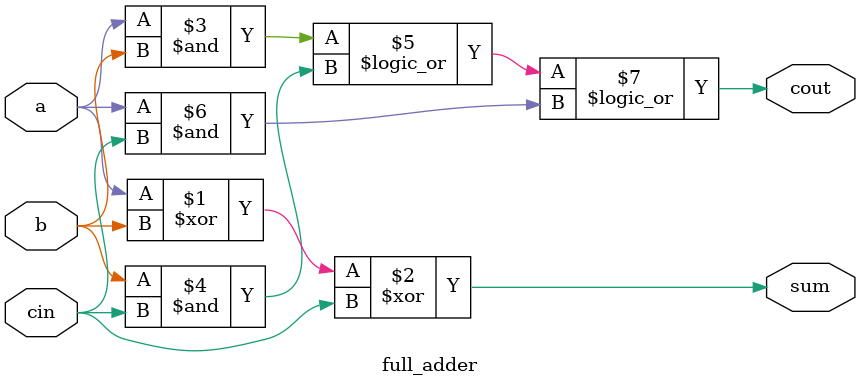
<source format=v>
module full_adder(input a,
                 input b,
                 input cin,
                 output wire sum,
                  output wire cout);
  assign sum=a^b^cin;
  assign cout=(a&b || b&cin || a&cin);
  
endmodule
               

</source>
